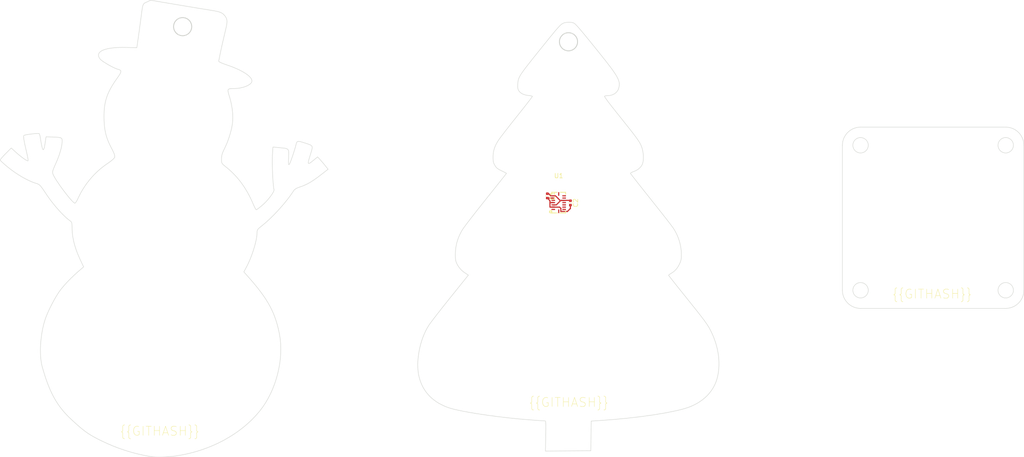
<source format=kicad_pcb>
(kicad_pcb (version 20221018) (generator pcbnew)
  (layers (0 "F.Cu" signal) (31 "B.Cu" signal) (34 "B.Paste" user) (35 "F.Paste" user) (36 "B.SilkS" user "B.Silkscreen") (37 "F.SilkS" user "F.Silkscreen") (38 "B.Mask" user) (39 "F.Mask" user) (44 "Edge.Cuts" user))
  (net 0 "")
  (net 1 "int1")
  (net 2 "sdo2")
  (net 3 "csb1")
  (net 4 "int4")
  (net 5 "int3")
  (net 6 "vcc")
  (net 7 "sda")
  (net 8 "scl")
  (net 9 "gnd")
  (net 10 "csb2")
  (net 11 "int2")
  (footprint "lib:C0402" (layer "F.Cu") (at 161.652177 94.515624 -90)
    (fp_text reference "C2" (at 0 -1.16 90) (layer "F.SilkS"))
    (fp_text value "Multilayer Ceramic Capacitors MLCC - SMD/SMT 100nF 10V 0402 RoHS")
    (fp_line (start -0.107836 -0.36) (end 0.107836 -0.36) (stroke (width 0.12)) (layer "F.SilkS"))
    (fp_line (start -0.107836 0.36) (end 0.107836 0.36) (stroke (width 0.12)) (layer "F.SilkS"))
    (pad "1" smd roundrect (at -0.48 0 270) (size 0.56 0.62) (layers "F.Cu" "F.Paste" "F.Mask") (net 6 "vcc"))
    (pad "2" smd roundrect (at 0.48 0 270) (size 0.56 0.62) (layers "F.Cu" "F.Paste" "F.Mask") (net 9 "gnd"))
  )
  (footprint "lib:C0402" (layer "F.Cu") (at 156.563308 92.960233 -90)
    (fp_text reference "C1" (at 0 -1.16 90) (layer "F.SilkS"))
    (fp_text value "Multilayer Ceramic Capacitors MLCC - SMD/SMT 100nF 10V 0402 RoHS")
    (fp_line (start -0.107836 -0.36) (end 0.107836 -0.36) (stroke (width 0.12)) (layer "F.SilkS"))
    (fp_line (start -0.107836 0.36) (end 0.107836 0.36) (stroke (width 0.12)) (layer "F.SilkS"))
    (pad "1" smd roundrect (at -0.48 0 270) (size 0.56 0.62) (layers "F.Cu" "F.Paste" "F.Mask") (net 6 "vcc"))
    (pad "2" smd roundrect (at 0.48 0 270) (size 0.56 0.62) (layers "F.Cu" "F.Paste" "F.Mask") (net 9 "gnd"))
  )
  (footprint "lib:LGA-16_L4.5-W3.0-P0.50-BL" (layer "F.Cu") (at 159.07 94.445)
    (fp_text reference "U1" (at 0 -5.91) (layer "F.SilkS"))
    (fp_text value "")
    (fp_line (start -1.53 -2.28) (end -0.38 -2.28) (stroke (width 0.2)) (layer "F.SilkS"))
    (fp_line (start -1.53 -2.16) (end -1.53 -2.28) (stroke (width 0.2)) (layer "F.SilkS"))
    (fp_line (start -1.53 -1.83) (end -1.53 -2.16) (stroke (width 0.2)) (layer "F.SilkS"))
    (fp_line (start -1.53 2.29) (end -1.53 1.83) (stroke (width 0.2)) (layer "F.SilkS"))
    (fp_line (start -0.33 2.29) (end -1.53 2.29) (stroke (width 0.2)) (layer "F.SilkS"))
    (fp_line (start 0.38 -2.28) (end 1.52 -2.28) (stroke (width 0.2)) (layer "F.SilkS"))
    (fp_line (start 1.52 -2.28) (end 1.52 -1.83) (stroke (width 0.2)) (layer "F.SilkS"))
    (fp_line (start 1.52 1.83) (end 1.52 2.29) (stroke (width 0.2)) (layer "F.SilkS"))
    (fp_line (start 1.52 2.29) (end 0.33 2.29) (stroke (width 0.2)) (layer "F.SilkS"))
    (fp_circle (center -1.78 2.03) (end -1.67 2.03) (stroke (width 0.25)) (fill none) (layer "F.SilkS"))
    (pad "1" smd rect (at -1.2 1.5 90) (size 0.25 0.8) (layers "F.Cu" "F.Paste" "F.Mask") (net 11 "int2"))
    (pad "2" smd rect (at -1.2 1 90) (size 0.25 0.8) (layers "F.Cu" "F.Paste" "F.Mask") (net 9 "gnd"))
    (pad "3" smd rect (at -1.2 0.5 90) (size 0.25 0.8) (layers "F.Cu" "F.Paste" "F.Mask") (net 6 "vcc"))
    (pad "4" smd rect (at -1.2 0 90) (size 0.25 0.8) (layers "F.Cu" "F.Paste" "F.Mask") (net 9 "gnd"))
    (pad "5" smd rect (at -1.2 -0.5 90) (size 0.25 0.8) (layers "F.Cu" "F.Paste" "F.Mask") (net 10 "csb2"))
    (pad "6" smd rect (at -1.2 -1 90) (size 0.25 0.8) (layers "F.Cu" "F.Paste" "F.Mask") (net 9 "gnd"))
    (pad "7" smd rect (at -1.2 -1.5 90) (size 0.25 0.8) (layers "F.Cu" "F.Paste" "F.Mask") (net 6 "vcc"))
    (pad "8" smd rect (at 0 -1.91 180) (size 0.25 0.8) (layers "F.Cu" "F.Paste" "F.Mask") (net 8 "scl"))
    (pad "9" smd rect (at 1.2 -1.5 270) (size 0.25 0.8) (layers "F.Cu" "F.Paste" "F.Mask") (net 7 "sda"))
    (pad "10" smd rect (at 1.2 -1 270) (size 0.25 0.8) (layers "F.Cu" "F.Paste" "F.Mask") (net 2 "sdo2"))
    (pad "11" smd rect (at 1.2 -0.5 270) (size 0.25 0.8) (layers "F.Cu" "F.Paste" "F.Mask") (net 6 "vcc"))
    (pad "12" smd rect (at 1.2 0 270) (size 0.25 0.8) (layers "F.Cu" "F.Paste" "F.Mask") (net 5 "int3"))
    (pad "13" smd rect (at 1.2 0.5 270) (size 0.25 0.8) (layers "F.Cu" "F.Paste" "F.Mask") (net 4 "int4"))
    (pad "14" smd rect (at 1.2 1 270) (size 0.25 0.8) (layers "F.Cu" "F.Paste" "F.Mask") (net 3 "csb1"))
    (pad "15" smd rect (at 1.2 1.5 270) (size 0.25 0.8) (layers "F.Cu" "F.Paste" "F.Mask") (net 2 "sdo2"))
    (pad "16" smd rect (at 0 1.91) (size 0.25 0.8) (layers "F.Cu" "F.Paste" "F.Mask") (net 1 "int1"))
  )
  (gr_circle (center 225.62 81.79) (end 227.32 81.79) (stroke (width 0.1)) (fill none) (layer "Edge.Cuts"))
  (gr_circle (center 257.62 113.79) (end 259.32 113.79) (stroke (width 0.1)) (fill none) (layer "Edge.Cuts"))
  (gr_circle (center 257.62 81.79) (end 259.32 81.79) (stroke (width 0.1)) (fill none) (layer "Edge.Cuts"))
  (gr_poly (pts (xy 75.142222 50.797022) (xy 79.756606 51.568267) (xy 82.366969 51.99203) (xy 83.019066 52.095762) (xy 83.303876 52.146979) (xy 83.563537 52.198618) (xy 83.799806 52.251323) (xy 84.01444 52.305736) (xy 84.209196 52.362498) (xy 84.385831 52.422252) (xy 84.546102 52.485641) (xy 84.691766 52.553306) (xy 84.824581 52.62589) (xy 84.946303 52.704035) (xy 85.05869 52.788383) (xy 85.163499 52.879577) (xy 85.262486 52.978258) (xy 85.357409 53.08507) (xy 85.479286 53.234958) (xy 85.586233 53.378736) (xy 85.634185 53.44915) (xy 85.678498 53.519015) (xy 85.719202 53.588656) (xy 85.75633 53.658402) (xy 85.789911 53.728576) (xy 85.819976 53.799506) (xy 85.846558 53.871517) (xy 85.869686 53.944936) (xy 85.889392 54.020089) (xy 85.905707 54.097301) (xy 85.918662 54.176899) (xy 85.928287 54.259209) (xy 85.934615 54.344557) (xy 85.937675 54.433269) (xy 85.937499 54.525672) (xy 85.934119 54.62209) (xy 85.927564 54.722851) (xy 85.917866 54.82828) (xy 85.889166 55.054449) (xy 85.848266 55.303204) (xy 85.795414 55.577155) (xy 85.730859 55.878909) (xy 85.654849 56.211077) (xy 84.878546 59.55341) (xy 84.657875 60.550977) (xy 84.450892 61.532488) (xy 84.331406 62.116419) (xy 84.229648 62.629765) (xy 84.15639 63.017063) (xy 84.122409 63.222849) (xy 84.123062 63.236814) (xy 84.127967 63.251873) (xy 84.137065 63.268001) (xy 84.150302 63.285171) (xy 84.167619 63.303357) (xy 84.188962 63.322534) (xy 84.214273 63.342674) (xy 84.243497 63.363751) (xy 84.313454 63.408613) (xy 84.398381 63.456909) (xy 84.497828 63.50843) (xy 84.611342 63.562966) (xy 84.738473 63.620306) (xy 84.878767 63.680241) (xy 85.031775 63.742561) (xy 85.197043 63.807056) (xy 85.374121 63.873515) (xy 85.562558 63.94173) (xy 85.7619 64.011489) (xy 85.971698 64.082583) (xy 86.585981 64.296029) (xy 87.172975 64.516947) (xy 87.730729 64.744054) (xy 88.257293 64.976069) (xy 88.75072 65.211708) (xy 89.209058 65.449689) (xy 89.63036 65.68873) (xy 90.012676 65.927548) (xy 90.354056 66.16486) (xy 90.652552 66.399385) (xy 90.906214 66.629839) (xy 91.113092 66.85494) (xy 91.271238 67.073405) (xy 91.378702 67.283953) (xy 91.412819 67.385857) (xy 91.433535 67.485301) (xy 91.440605 67.582123) (xy 91.433787 67.676165) (xy 91.41712 67.753004) (xy 91.390362 67.829368) (xy 91.35383 67.905131) (xy 91.307839 67.980165) (xy 91.252707 68.054343) (xy 91.188749 68.12754) (xy 91.116281 68.199626) (xy 91.03562 68.270477) (xy 90.947082 68.339964) (xy 90.850984 68.407961) (xy 90.747641 68.47434) (xy 90.637371 68.538975) (xy 90.520488 68.601739) (xy 90.39731 68.662505) (xy 90.268153 68.721145) (xy 90.133332 68.777534) (xy 89.993165 68.831543) (xy 89.847967 68.883047) (xy 89.543745 68.978027) (xy 89.223197 69.06146) (xy 88.888852 69.132329) (xy 88.54324 69.189618) (xy 88.188892 69.232313) (xy 88.009232 69.24787) (xy 87.828337 69.259397) (xy 87.646523 69.266767) (xy 87.464106 69.269854) (xy 87.202959 69.272042) (xy 86.97453 69.277492) (xy 86.777472 69.288473) (xy 86.690288 69.296746) (xy 86.610443 69.307253) (xy 86.537768 69.320276) (xy 86.472096 69.3361) (xy 86.413258 69.355009) (xy 86.361087 69.377285) (xy 86.315414 69.403211) (xy 86.276071 69.433073) (xy 86.24289 69.467154) (xy 86.215703 69.505736) (xy 86.194342 69.549103) (xy 86.178638 69.59754) (xy 86.168424 69.65133) (xy 86.163532 69.710755) (xy 86.163793 69.776101) (xy 86.169039 69.847649) (xy 86.179102 69.925685) (xy 86.193814 70.010491) (xy 86.236514 70.20155) (xy 86.295792 70.423093) (xy 86.370304 70.677389) (xy 86.458705 70.966708) (xy 86.582128 71.384478) (xy 86.694998 71.803093) (xy 86.797211 72.221567) (xy 86.888665 72.638919) (xy 86.969257 73.054166) (xy 87.038885 73.466323) (xy 87.097447 73.874409) (xy 87.144838 74.277439) (xy 87.180958 74.674432) (xy 87.205702 75.064404) (xy 87.21897 75.446371) (xy 87.220657 75.819352) (xy 87.210662 76.182361) (xy 87.188881 76.534418) (xy 87.155212 76.874538) (xy 87.109553 77.201739) (xy 86.986123 77.871628) (xy 86.830027 78.558912) (xy 86.643845 79.255662) (xy 86.430157 79.953949) (xy 86.19154 80.645848) (xy 85.930575 81.323429) (xy 85.649841 81.978766) (xy 85.351916 82.60393) (xy 85.189192 82.938586) (xy 85.118752 83.093315) (xy 85.055229 83.240939) (xy 84.998352 83.382431) (xy 84.947849 83.518761) (xy 84.903447 83.650903) (xy 84.864875 83.779828) (xy 84.831859 83.906506) (xy 84.804129 84.031911) (xy 84.781412 84.157013) (xy 84.763435 84.282785) (xy 84.749927 84.410197) (xy 84.740615 84.540223) (xy 84.735228 84.673833) (xy 84.733493 84.811999) (xy 84.736223 85.129082) (xy 84.741369 85.261496) (xy 84.750575 85.379459) (xy 84.764997 85.485194) (xy 84.774524 85.534172) (xy 84.785789 85.580928) (xy 84.798934 85.625739) (xy 84.814106 85.668884) (xy 84.831447 85.710641) (xy 84.851104 85.751288) (xy 84.873219 85.791103) (xy 84.897937 85.830364) (xy 84.925403 85.869349) (xy 84.955761 85.908337) (xy 84.989155 85.947605) (xy 85.02573 85.987432) (xy 85.109 86.069873) (xy 85.206725 86.157886) (xy 85.320061 86.253696) (xy 85.598185 86.477602) (xy 86.096863 86.886277) (xy 86.577755 87.306529) (xy 87.04138 87.739064) (xy 87.488258 88.184586) (xy 87.918909 88.6438) (xy 88.333852 89.117412) (xy 88.733607 89.606125) (xy 89.118694 90.110646) (xy 89.489632 90.631678) (xy 89.846941 91.169927) (xy 90.19114 91.726098) (xy 90.52275 92.300895) (xy 90.84229 92.895024) (xy 91.150279 93.509189) (xy 91.447237 94.144095) (xy 91.733683 94.800448) (xy 91.84059 95.047283) (xy 91.945802 95.277558) (xy 92.046625 95.486234) (xy 92.140364 95.668271) (xy 92.224324 95.818627) (xy 92.295813 95.932265) (xy 92.326039 95.973739) (xy 92.352136 96.004143) (xy 92.373767 96.022848) (xy 92.382804 96.027616) (xy 92.390597 96.029223) (xy 92.399173 96.028006) (xy 92.410522 96.024397) (xy 92.441219 96.010237) (xy 92.482045 95.987221) (xy 92.53236 95.955824) (xy 92.591521 95.916524) (xy 92.658887 95.869798) (xy 92.815666 95.755976) (xy 92.997564 95.618173) (xy 93.199447 95.460204) (xy 93.416182 95.285885) (xy 93.642634 95.099032) (xy 93.891007 94.882848) (xy 94.141366 94.648628) (xy 94.390948 94.400061) (xy 94.636991 94.140836) (xy 94.87673 93.874641) (xy 95.107403 93.605164) (xy 95.326247 93.336095) (xy 95.530498 93.071122) (xy 95.717394 92.813933) (xy 95.884171 92.568218) (xy 96.028066 92.337665) (xy 96.146316 92.125962) (xy 96.236159 91.936798) (xy 96.294829 91.773863) (xy 96.311612 91.703383) (xy 96.319566 91.640844) (xy 96.318345 91.586706) (xy 96.307605 91.54143) (xy 96.264441 91.378418) (xy 96.221593 91.121805) (xy 96.138989 90.373142) (xy 96.064068 89.386161) (xy 96.001109 88.251583) (xy 95.954389 87.060129) (xy 95.928186 85.902519) (xy 95.926777 84.869474) (xy 95.95444 84.051714) (xy 96.07471 82.177477) (xy 97.36716 82.304781) (xy 98.13507 82.379263) (xy 98.441266 82.413109) (xy 98.700599 82.449744) (xy 98.916803 82.492956) (xy 99.009898 82.518212) (xy 99.09361 82.546534) (xy 99.168406 82.578395) (xy 99.234753 82.614268) (xy 99.293117 82.654627) (xy 99.343964 82.699946) (xy 99.387763 82.750698) (xy 99.424978 82.807357) (xy 99.456076 82.870396) (xy 99.481525 82.94029) (xy 99.501791 83.017511) (xy 99.51734 83.102533) (xy 99.536155 83.297877) (xy 99.541702 83.530109) (xy 99.537716 83.803018) (xy 99.51607 84.486025) (xy 99.501811 85.019341) (xy 99.495778 85.429631) (xy 99.49953 85.727933) (xy 99.505563 85.838537) (xy 99.514626 85.925284) (xy 99.526915 85.989553) (xy 99.542625 86.032723) (xy 99.551823 86.046828) (xy 99.56195 86.056175) (xy 99.573029 86.060938) (xy 99.585085 86.061289) (xy 99.612224 86.049443) (xy 99.643564 86.022019) (xy 99.679299 85.980395) (xy 99.719623 85.925951) (xy 99.770963 85.835961) (xy 99.83738 85.6921) (xy 100.00736 85.267042) (xy 100.213404 84.699332) (xy 100.439353 84.037526) (xy 100.669049 83.330178) (xy 100.886332 82.625845) (xy 101.075044 81.973082) (xy 101.219027 81.420443) (xy 101.232451 81.367288) (xy 101.246658 81.317349) (xy 101.261814 81.270604) (xy 101.278084 81.227032) (xy 101.295634 81.186611) (xy 101.314631 81.149321) (xy 101.33524 81.115138) (xy 101.357628 81.084043) (xy 101.381959 81.056013) (xy 101.4084 81.031027) (xy 101.437117 81.009064) (xy 101.468275 80.990102) (xy 101.502041 80.974119) (xy 101.538581 80.961095) (xy 101.578059 80.951007) (xy 101.620643 80.943835) (xy 101.666497 80.939556) (xy 101.715788 80.938149) (xy 101.768682 80.939594) (xy 101.825345 80.943867) (xy 101.885942 80.950949) (xy 101.950639 80.960817) (xy 102.019603 80.97345) (xy 102.092998 80.988826) (xy 102.170992 81.006924) (xy 102.253749 81.027723) (xy 102.434219 81.077337) (xy 102.635734 81.137495) (xy 102.859622 81.208025) (xy 103.581471 81.438726) (xy 103.868146 81.535185) (xy 104.108644 81.625316) (xy 104.212356 81.669476) (xy 104.305459 81.713816) (xy 104.388264 81.758923) (xy 104.461082 81.805384) (xy 104.524226 81.853787) (xy 104.578006 81.904719) (xy 104.622735 81.958768) (xy 104.658725 82.01652) (xy 104.686285 82.078563) (xy 104.705729 82.145484) (xy 104.717368 82.217871) (xy 104.721513 82.296311) (xy 104.718476 82.381392) (xy 104.708568 82.4737) (xy 104.692102 82.573823) (xy 104.669388 82.682348) (xy 104.606464 82.926954) (xy 104.522289 83.212218) (xy 104.300158 83.92351) (xy 104.076968 84.658354) (xy 103.993442 84.95378) (xy 103.929762 85.203046) (xy 103.886777 85.407528) (xy 103.865337 85.568604) (xy 103.862962 85.633296) (xy 103.866292 85.687652) (xy 103.875434 85.731846) (xy 103.890492 85.766049) (xy 103.911574 85.790433) (xy 103.938786 85.805172) (xy 103.972234 85.810436) (xy 104.012025 85.806398) (xy 104.058263 85.79323) (xy 104.111056 85.771105) (xy 104.236732 85.700671) (xy 104.3899 85.596472) (xy 104.571411 85.459887) (xy 105.02286 85.095065) (xy 105.918216 84.355181) (xy 106.388476 84.86751) (xy 106.496975 84.987739) (xy 106.625318 85.133369) (xy 106.92254 85.478508) (xy 107.242155 85.858286) (xy 107.546176 86.22806) (xy 108.2336 87.076296) (xy 106.72333 88.254687) (xy 106.031007 88.783192) (xy 105.392025 89.245391) (xy 105.089314 89.453516) (xy 104.796071 89.647331) (xy 104.511007 89.827593) (xy 104.232833 89.995056) (xy 103.960259 90.150478) (xy 103.691998 90.294613) (xy 103.426759 90.428217) (xy 103.163254 90.552046) (xy 102.900193 90.666855) (xy 102.636288 90.773401) (xy 102.370249 90.872439) (xy 102.100787 90.964724) (xy 101.955978 91.013649) (xy 101.818902 91.062832) (xy 101.689432 91.112348) (xy 101.567439 91.162273) (xy 101.452795 91.212683) (xy 101.345371 91.263651) (xy 101.245039 91.315254) (xy 101.151671 91.367567) (xy 101.065138 91.420665) (xy 100.985313 91.474624) (xy 100.912065 91.529517) (xy 100.845269 91.585421) (xy 100.784794 91.642412) (xy 100.730512 91.700563) (xy 100.682296 91.759951) (xy 100.640017 91.82065) (xy 100.313962 92.312951) (xy 99.958065 92.82026) (xy 99.575318 93.339289) (xy 99.168711 93.866747) (xy 98.741234 94.399346) (xy 98.295878 94.933795) (xy 97.835635 95.466804) (xy 97.363494 95.995083) (xy 96.882446 96.515343) (xy 96.395482 97.024295) (xy 95.905593 97.518647) (xy 95.415769 97.995111) (xy 94.929002 98.450396) (xy 94.44828 98.881213) (xy 93.976596 99.284272) (xy 93.51694 99.656283) (xy 93.364132 99.777198) (xy 93.228349 99.887118) (xy 93.108601 99.987555) (xy 93.003899 100.080022) (xy 92.913256 100.166032) (xy 92.835682 100.247098) (xy 92.770188 100.324733) (xy 92.741662 100.362737) (xy 92.715786 100.40045) (xy 92.692435 100.438062) (xy 92.671487 100.475762) (xy 92.652817 100.513738) (xy 92.636302 100.552181) (xy 92.621819 100.591279) (xy 92.609244 100.631221) (xy 92.589322 100.714395) (xy 92.575548 100.803215) (xy 92.566934 100.899195) (xy 92.56249 101.003847) (xy 92.561229 101.118685) (xy 92.548214 101.459191) (xy 92.510172 101.840399) (xy 92.448603 102.257479) (xy 92.365007 102.705605) (xy 92.260885 103.179948) (xy 92.137739 103.675679) (xy 91.997068 104.187971) (xy 91.840373 104.711996) (xy 91.669155 105.242926) (xy 91.484915 105.775933) (xy 91.289154 106.306188) (xy 91.083372 106.828864) (xy 90.86907 107.339132) (xy 90.647749 107.832164) (xy 90.420909 108.303133) (xy 90.190051 108.74721) (xy 89.658061 109.729433) (xy 90.799319 111.025652) (xy 91.552256 111.894452) (xy 92.247519 112.726345) (xy 92.887901 113.52649) (xy 93.476195 114.300047) (xy 94.015193 115.052178) (xy 94.507688 115.788042) (xy 94.956473 116.5128) (xy 95.364341 117.231612) (xy 95.734083 117.949638) (xy 96.068493 118.672038) (xy 96.370364 119.403974) (xy 96.642488 120.150605) (xy 96.887657 120.917091) (xy 97.108665 121.708593) (xy 97.308304 122.530271) (xy 97.489367 123.387286) (xy 97.659586 124.435519) (xy 97.764545 125.512723) (xy 97.805707 126.613102) (xy 97.784533 127.73086) (xy 97.702485 128.860202) (xy 97.561026 129.995332) (xy 97.361618 131.130454) (xy 97.105722 132.259774) (xy 96.794801 133.377494) (xy 96.430316 134.47782) (xy 96.01373 135.554956) (xy 95.546505 136.603107) (xy 95.030102 137.616476) (xy 94.465984 138.589268) (xy 93.855613 139.515689) (xy 93.20045 140.389941) (xy 92.386005 141.350273) (xy 91.510226 142.273552) (xy 90.576227 143.158109) (xy 89.587122 144.002278) (xy 88.546024 144.80439) (xy 87.456048 145.562779) (xy 86.320308 146.275777) (xy 85.141916 146.941716) (xy 83.923988 147.558929) (xy 82.669636 148.125749) (xy 81.381976 148.640508) (xy 80.06412 149.101539) (xy 78.719182 149.507174) (xy 77.350277 149.855747) (xy 75.960518 150.145589) (xy 74.553019 150.375033) (xy 73.862872 150.459306) (xy 73.131633 150.525975) (xy 72.383923 150.574372) (xy 71.644361 150.603827) (xy 70.93757 150.613671) (xy 70.288169 150.603235) (xy 69.720779 150.57185) (xy 69.475532 150.548093) (xy 69.26002 150.518847) (xy 69.260051 150.518832) (xy 67.831835 150.262486) (xy 66.416949 149.953785) (xy 65.016193 149.592984) (xy 63.630368 149.180338) (xy 62.260274 148.716103) (xy 60.90671 148.200532) (xy 59.570477 147.633881) (xy 58.252375 147.016405) (xy 57.283074 146.528505) (xy 56.847829 146.298277) (xy 56.438641 146.072324) (xy 56.050351 145.846994) (xy 55.6778 145.618633) (xy 55.315827 145.383588) (xy 54.959273 145.138205) (xy 54.602979 144.87883) (xy 54.241783 144.601811) (xy 53.870528 144.303492) (xy 53.484054 143.980222) (xy 52.644807 143.244211) (xy 51.682765 142.36455) (xy 51.097036 141.804159) (xy 50.54538 141.238954) (xy 50.025658 140.665073) (xy 49.535731 140.078649) (xy 49.07346 139.475819) (xy 48.636705 138.852719) (xy 48.223328 138.205483) (xy 47.831189 137.530249) (xy 47.458149 136.823151) (xy 47.10207 136.080325) (xy 46.760812 135.297907) (xy 46.432236 134.472032) (xy 46.114202 133.598836) (xy 45.804573 132.674455) (xy 45.501208 131.695024) (xy 45.201968 130.656679) (xy 45.078569 130.147371) (xy 44.978794 129.594224) (xy 44.90231 129.00242) (xy 44.848785 128.377144) (xy 44.817886 127.723579) (xy 44.809281 127.046907) (xy 44.822637 126.352311) (xy 44.857621 125.644974) (xy 44.913901 124.93008) (xy 44.991145 124.212811) (xy 45.089019 123.498351) (xy 45.207191 122.791883) (xy 45.345328 122.098589) (xy 45.503099 121.423652) (xy 45.68017 120.772256) (xy 45.876208 120.149584) (xy 46.005143 119.787909) (xy 46.154924 119.401263) (xy 46.508073 118.570286) (xy 46.917749 117.69111) (xy 47.366047 116.79819) (xy 47.83506 115.92598) (xy 48.306883 115.108937) (xy 48.76361 114.381515) (xy 48.980717 114.062179) (xy 49.187335 113.77817) (xy 49.387433 113.519297) (xy 49.599256 113.255538) (xy 50.056372 112.715109) (xy 50.555279 112.160374) (xy 51.092575 111.594824) (xy 51.664855 111.021952) (xy 52.268718 110.445248) (xy 52.900758 109.868205) (xy 53.557574 109.294314) (xy 54.329783 108.634142) (xy 53.616031 107.110232) (xy 53.390001 106.6154) (xy 53.179365 106.128819) (xy 52.984012 105.650049) (xy 52.803829 105.178652) (xy 52.638704 104.71419) (xy 52.488525 104.256224) (xy 52.353181 103.804315) (xy 52.232559 103.358025) (xy 52.126547 102.916915) (xy 52.035034 102.480548) (xy 51.957906 102.048484) (xy 51.895053 101.620284) (xy 51.846363 101.195511) (xy 51.811722 100.773726) (xy 51.79102 100.35449) (xy 51.784144 99.937365) (xy 51.780657 99.620612) (xy 51.776007 99.482669) (xy 51.769161 99.357285) (xy 51.759927 99.243666) (xy 51.748111 99.141014) (xy 51.733519 99.048534) (xy 51.715958 98.96543) (xy 51.695233 98.890904) (xy 51.671153 98.824161) (xy 51.643523 98.764406) (xy 51.612149 98.71084) (xy 51.576839 98.662669) (xy 51.537399 98.619096) (xy 51.493635 98.579325) (xy 51.445353 98.542559) (xy 51.149902 98.324092) (xy 50.839064 98.073347) (xy 50.514896 97.792628) (xy 50.179453 97.484238) (xy 49.834791 97.150482) (xy 49.482966 96.793665) (xy 49.126033 96.41609) (xy 48.766047 96.020062) (xy 48.405065 95.607885) (xy 48.045142 95.181864) (xy 47.688333 94.744302) (xy 47.336694 94.297504) (xy 46.992281 93.843774) (xy 46.657149 93.385417) (xy 46.333354 92.924737) (xy 46.022952 92.464037) (xy 45.611719 91.844971) (xy 45.279782 91.362091) (xy 45.137757 91.165551) (xy 45.008606 90.995655) (xy 44.89001 90.849933) (xy 44.779654 90.725918) (xy 44.675221 90.621143) (xy 44.574392 90.533138) (xy 44.474852 90.459437) (xy 44.374284 90.397571) (xy 44.27037 90.345073) (xy 44.160793 90.299474) (xy 44.043237 90.258307) (xy 43.915385 90.219103) (xy 43.593888 90.117525) (xy 43.255864 89.996009) (xy 42.903268 89.855657) (xy 42.538058 89.697573) (xy 42.162189 89.522858) (xy 41.777618 89.332616) (xy 41.386301 89.127951) (xy 40.990194 88.909964) (xy 40.591254 88.679759) (xy 40.191438 88.438438) (xy 39.792701 88.187105) (xy 39.396999 87.926862) (xy 39.00629 87.658812) (xy 38.622529 87.384058) (xy 38.247673 87.103703) (xy 37.883677 86.81885) (xy 37.49456 86.502783) (xy 37.131548 86.199554) (xy 36.802586 85.916398) (xy 36.515619 85.660548) (xy 36.278593 85.439239) (xy 36.099452 85.259705) (xy 36.034071 85.187865) (xy 35.986141 85.129182) (xy 35.956654 85.08456) (xy 35.946605 85.054903) (xy 35.948192 85.042433) (xy 35.952903 85.026953) (xy 35.971384 84.987332) (xy 36.001425 84.936776) (xy 36.042403 84.876021) (xy 36.093695 84.805804) (xy 36.154681 84.726859) (xy 36.224736 84.639924) (xy 36.303239 84.545735) (xy 36.389567 84.445026) (xy 36.483097 84.338536) (xy 36.689276 84.11115) (xy 36.916796 83.869466) (xy 37.037003 83.745102) (xy 37.160678 83.619372) (xy 38.374759 82.395922) (xy 39.365809 83.301684) (xy 39.814301 83.698656) (xy 40.266196 84.075272) (xy 40.704205 84.419302) (xy 41.111041 84.718514) (xy 41.469414 84.960676) (xy 41.625024 85.056541) (xy 41.762035 85.133557) (xy 41.878286 85.190195) (xy 41.971615 85.224926) (xy 42.039863 85.236222) (xy 42.063905 85.232603) (xy 42.080867 85.222552) (xy 42.085566 85.215268) (xy 42.089233 85.203934) (xy 42.093537 85.169549) (xy 42.093921 85.120268) (xy 42.090523 85.056964) (xy 42.083485 84.98051) (xy 42.072948 84.891778) (xy 42.059051 84.79164) (xy 42.041937 84.68097) (xy 41.998614 84.43152) (xy 41.944105 84.150408) (xy 41.879534 83.844615) (xy 41.806025 83.52112) (xy 41.578977 82.541169) (xy 41.399614 81.732306) (xy 41.265507 81.079136) (xy 41.174225 80.56626) (xy 41.123338 80.17828) (xy 41.112283 80.026315) (xy 41.110416 79.899799) (xy 41.117432 79.796809) (xy 41.133029 79.71542) (xy 41.156901 79.653706) (xy 41.188746 79.609743) (xy 41.213078 79.592846) (xy 41.252556 79.575085) (xy 41.372962 79.537437) (xy 41.541984 79.497733) (xy 41.751641 79.456905) (xy 42.26094 79.37561) (xy 42.837013 79.301016) (xy 43.416018 79.240586) (xy 43.934111 79.201782) (xy 44.150364 79.192822) (xy 44.327447 79.192067) (xy 44.45738 79.20045) (xy 44.532183 79.218905) (xy 44.538527 79.223215) (xy 44.545097 79.229471) (xy 44.551878 79.23762) (xy 44.558855 79.247608) (xy 44.573336 79.272888) (xy 44.588416 79.304879) (xy 44.603974 79.343154) (xy 44.619887 79.387282) (xy 44.636031 79.436835) (xy 44.652284 79.491383) (xy 44.668525 79.550496) (xy 44.684629 79.613746) (xy 44.700475 79.680703) (xy 44.715939 79.750937) (xy 44.7309 79.82402) (xy 44.745234 79.899521) (xy 44.75882 79.977012) (xy 44.771533 80.056063) (xy 44.946351 81.130774) (xy 45.025944 81.564983) (xy 45.101061 81.931234) (xy 45.172253 82.230134) (xy 45.24007 82.462288) (xy 45.305063 82.628302) (xy 45.336673 82.686696) (xy 45.367783 82.728781) (xy 45.398463 82.754634) (xy 45.428781 82.764331) (xy 45.458807 82.757947) (xy 45.488608 82.735557) (xy 45.518254 82.697238) (xy 45.547814 82.643066) (xy 45.606951 82.487462) (xy 45.666568 82.269351) (xy 45.727218 81.98934) (xy 45.78945 81.648032) (xy 45.853816 81.246035) (xy 46.055377 79.918581) (xy 47.417926 79.96628) (xy 48.109143 79.993687) (xy 48.392021 80.009194) (xy 48.636741 80.027435) (xy 48.846051 80.049559) (xy 49.022696 80.076715) (xy 49.169424 80.110051) (xy 49.288982 80.150717) (xy 49.339431 80.174158) (xy 49.384117 80.199861) (xy 49.423385 80.227972) (xy 49.457577 80.258632) (xy 49.487036 80.291987) (xy 49.512107 80.32818) (xy 49.533132 80.367353) (xy 49.550455 80.409652) (xy 49.575367 80.504197) (xy 49.589592 80.612965) (xy 49.595876 80.737105) (xy 49.596965 80.877764) (xy 49.590289 81.099803) (xy 49.571905 81.336737) (xy 49.542029 81.587807) (xy 49.500879 81.852253) (xy 49.448672 82.129318) (xy 49.385623 82.418243) (xy 49.311951 82.718269) (xy 49.227873 83.028637) (xy 49.133604 83.34859) (xy 49.029362 83.677367) (xy 48.915364 84.014212) (xy 48.791827 84.358364) (xy 48.658967 84.709065) (xy 48.517002 85.065558) (xy 48.366148 85.427082) (xy 48.206622 85.792879) (xy 47.949769 86.374791) (xy 47.755997 86.832451) (xy 47.68104 87.021721) (xy 47.619784 87.188367) (xy 47.571537 87.335205) (xy 47.535609 87.465048) (xy 47.511311 87.580709) (xy 47.497952 87.685002) (xy 47.494842 87.78074) (xy 47.501291 87.870737) (xy 47.516609 87.957807) (xy 47.540106 88.044763) (xy 47.571091 88.134418) (xy 47.608874 88.229586) (xy 47.761079 88.551834) (xy 47.975096 88.939463) (xy 48.241913 89.380584) (xy 48.55252 89.863307) (xy 49.269066 90.905997) (xy 50.052651 91.972411) (xy 50.831193 92.967426) (xy 51.196047 93.408433) (xy 51.532609 93.795921) (xy 51.831869 94.117998) (xy 52.084818 94.362774) (xy 52.282443 94.518359) (xy 52.357694 94.558989) (xy 52.415736 94.572863) (xy 52.426811 94.571375) (xy 52.439084 94.56696) (xy 52.452509 94.559691) (xy 52.467041 94.549641) (xy 52.482633 94.536883) (xy 52.499239 94.521489) (xy 52.516813 94.503532) (xy 52.535309 94.483086) (xy 52.574881 94.435018) (xy 52.617586 94.377866) (xy 52.663055 94.312214) (xy 52.710918 94.238646) (xy 52.760808 94.157745) (xy 52.812354 94.070093) (xy 52.865187 93.976276) (xy 52.918939 93.876875) (xy 52.97324 93.772474) (xy 53.02772 93.663657) (xy 53.082012 93.551007) (xy 53.135745 93.435107) (xy 53.405424 92.869327) (xy 53.69623 92.311615) (xy 54.007442 91.76282) (xy 54.338342 91.223792) (xy 54.688208 90.695381) (xy 55.05632 90.178436) (xy 55.441958 89.673808) (xy 55.844402 89.182347) (xy 56.262932 88.704901) (xy 56.696828 88.242322) (xy 57.145369 87.795459) (xy 57.607836 87.365163) (xy 58.083508 86.952281) (xy 58.571665 86.557666) (xy 59.071586 86.182166) (xy 59.582553 85.826632) (xy 59.914962 85.598282) (xy 60.214172 85.3804) (xy 60.477869 85.17504) (xy 60.595674 85.077698) (xy 60.703732 84.984257) (xy 60.801753 84.894974) (xy 60.889447 84.810106) (xy 60.966524 84.72991) (xy 61.032694 84.654642) (xy 61.087669 84.584559) (xy 61.131158 84.519919) (xy 61.162872 84.460977) (xy 61.182521 84.407992) (xy 61.189444 84.378526) (xy 61.194656 84.347449) (xy 61.198136 84.314702) (xy 61.199864 84.280227) (xy 61.197977 84.205863) (xy 61.188829 84.123892) (xy 61.172254 84.033852) (xy 61.148084 83.935279) (xy 61.116154 83.82771) (xy 61.076297 83.71068) (xy 61.028345 83.583727) (xy 60.972134 83.446388) (xy 60.907495 83.298197) (xy 60.834263 83.138693) (xy 60.75227 82.967412) (xy 60.661351 82.783889) (xy 60.561339 82.587662) (xy 60.452067 82.378268) (xy 60.237971 81.961359) (xy 60.041673 81.555601) (xy 59.862568 81.158484) (xy 59.700049 80.767498) (xy 59.553508 80.380135) (xy 59.422339 79.993885) (xy 59.305935 79.60624) (xy 59.203689 79.21469) (xy 59.114995 78.816725) (xy 59.039245 78.409838) (xy 58.975833 77.991518) (xy 58.924151 77.559256) (xy 58.883594 77.110544) (xy 58.853553 76.642872) (xy 58.833423 76.153731) (xy 58.822596 75.640612) (xy 58.82378 75.019765) (xy 58.843433 74.425285) (xy 58.882591 73.854032) (xy 58.942291 73.302869) (xy 59.023569 72.768658) (xy 59.127459 72.248262) (xy 59.255 71.738542) (xy 59.407225 71.236361) (xy 59.585172 70.73858) (xy 59.789877 70.242062) (xy 60.022374 69.743669) (xy 60.283701 69.240263) (xy 60.574893 68.728705) (xy 60.896986 68.205859) (xy 61.251015 67.668586) (xy 61.638018 67.113749) (xy 61.84244 66.825076) (xy 62.020375 66.566593) (xy 62.17201 66.336298) (xy 62.29753 66.132187) (xy 62.397121 65.95226) (xy 62.470968 65.794512) (xy 62.498296 65.72333) (xy 62.519258 65.656942) (xy 62.533877 65.595098) (xy 62.542176 65.537547) (xy 62.544179 65.484039) (xy 62.539908 65.434323) (xy 62.529387 65.388151) (xy 62.512639 65.34527) (xy 62.489688 65.305431) (xy 62.460556 65.268384) (xy 62.425267 65.233878) (xy 62.383844 65.201662) (xy 62.33631 65.171487) (xy 62.282689 65.143103) (xy 62.157276 65.090703) (xy 62.007792 65.042459) (xy 61.834422 64.996371) (xy 61.657986 64.943069) (xy 61.445562 64.862593) (xy 61.203024 64.758325) (xy 60.93625 64.633653) (xy 60.353499 64.336631) (xy 59.744319 63.998608) (xy 59.155721 63.646664) (xy 58.634716 63.307879) (xy 58.414252 63.151884) (xy 58.228316 63.009334) (xy 58.082783 62.883614) (xy 57.983531 62.778109) (xy 57.869943 62.622242) (xy 57.777351 62.470362) (xy 57.705558 62.322559) (xy 57.654369 62.178917) (xy 57.623588 62.039526) (xy 57.613018 61.904471) (xy 57.622463 61.773839) (xy 57.651728 61.647718) (xy 57.700616 61.526195) (xy 57.768931 61.409356) (xy 57.856477 61.297289) (xy 57.963058 61.190081) (xy 58.088479 61.087819) (xy 58.232542 60.99059) (xy 58.395052 60.89848) (xy 58.575812 60.811578) (xy 58.774627 60.72997) (xy 58.991301 60.653743) (xy 59.225638 60.582984) (xy 59.477441 60.51778) (xy 59.746514 60.458218) (xy 60.032661 60.404385) (xy 60.335687 60.356369) (xy 60.655395 60.314256) (xy 60.991589 60.278134) (xy 61.344073 60.248089) (xy 61.712651 60.224208) (xy 62.097127 60.20658) (xy 62.497305 60.195289) (xy 62.912988 60.190424) (xy 63.343981 60.192072) (xy 63.790088 60.20032) (xy 66.056857 60.258219) (xy 66.273486 58.80189) (xy 66.542465 56.891029) (xy 66.884944 54.341891) (xy 67.190183 52.053843) (xy 67.248082 51.679802) (xy 67.303557 51.37005) (xy 67.359078 51.117137) (xy 67.417116 50.913616) (xy 67.48014 50.752035) (xy 67.55062 50.624945) (xy 67.631027 50.524898) (xy 67.72383 50.444442) (xy 67.831501 50.37613) (xy 67.956508 50.312512) (xy 68.268412 50.169558) (xy 69.100734 49.778315)) (stroke (width 0.1)) (fill none) (layer "Edge.Cuts"))
  (gr_arc (start 261.62 113.79) (mid 260.448427 116.618427) (end 257.62 117.79) (stroke (width 0.1)) (layer "Edge.Cuts"))
  (gr_arc (start 225.62 117.79) (mid 222.791573 116.618427) (end 221.62 113.79) (stroke (width 0.1)) (layer "Edge.Cuts"))
  (gr_line (start 261.62 113.79) (end 261.62 81.79) (stroke (width 0.1)) (layer "Edge.Cuts"))
  (gr_circle (center 161.229974 58.946031) (end 163.229974 58.946031) (stroke (width 0.2)) (fill none) (layer "Edge.Cuts"))
  (gr_line (start 221.62 81.79) (end 221.62 113.79) (stroke (width 0.1)) (layer "Edge.Cuts"))
  (gr_arc (start 257.62 77.79) (mid 260.448427 78.961573) (end 261.62 81.79) (stroke (width 0.1)) (layer "Edge.Cuts"))
  (gr_poly (pts (xy 161.429183 54.643361) (xy 161.588699 54.648976) (xy 161.743405 54.660128) (xy 161.8913 54.67685) (xy 162.030385 54.699174) (xy 162.158659 54.727132) (xy 162.274122 54.760758) (xy 162.374774 54.800082) (xy 162.418214 54.822065) (xy 162.465501 54.850416) (xy 162.517128 54.885713) (xy 162.573587 54.928531) (xy 162.702967 55.039035) (xy 162.857578 55.186538) (xy 163.041357 55.37565) (xy 163.258241 55.610981) (xy 163.512165 55.897139) (xy 163.807067 56.238735) (xy 164.146884 56.640378) (xy 164.53555 57.106678) (xy 164.977005 57.642244) (xy 165.475183 58.251687) (xy 166.657456 59.710639) (xy 168.113864 61.520411) (xy 169.490282 63.25197) (xy 170.562092 64.650979) (xy 170.993296 65.243203) (xy 171.359779 65.7732) (xy 171.665351 66.247941) (xy 171.913823 66.674396) (xy 172.109006 67.059535) (xy 172.254708 67.41033) (xy 172.354741 67.733749) (xy 172.412915 68.036764) (xy 172.433041 68.326344) (xy 172.418927 68.609461) (xy 172.374385 68.893084) (xy 172.303226 69.184183) (xy 172.274597 69.278158) (xy 172.242 69.369887) (xy 172.205507 69.459324) (xy 172.165188 69.546423) (xy 172.121114 69.631137) (xy 172.073357 69.713419) (xy 172.021987 69.793223) (xy 171.967076 69.870502) (xy 171.908694 69.945208) (xy 171.846914 70.017296) (xy 171.781806 70.08672) (xy 171.71344 70.153431) (xy 171.641889 70.217383) (xy 171.567223 70.278531) (xy 171.489513 70.336826) (xy 171.408831 70.392223) (xy 171.325247 70.444674) (xy 171.238833 70.494134) (xy 171.14966 70.540554) (xy 171.057799 70.58389) (xy 170.96332 70.624093) (xy 170.866295 70.661118) (xy 170.766796 70.694917) (xy 170.664893 70.725444) (xy 170.560657 70.752652) (xy 170.45416 70.776495) (xy 170.345472 70.796926) (xy 170.234664 70.813898) (xy 170.121809 70.827364) (xy 170.006976 70.837278) (xy 169.890237 70.843593) (xy 169.771663 70.846262) (xy 169.726607 70.847177) (xy 169.681188 70.849133) (xy 169.590479 70.855957) (xy 169.501974 70.8663) (xy 169.418107 70.879728) (xy 169.378675 70.887463) (xy 169.341315 70.895806) (xy 169.306334 70.904703) (xy 169.274034 70.9141) (xy 169.244721 70.923942) (xy 169.218699 70.934176) (xy 169.196272 70.944746) (xy 169.177745 70.955599) (xy 169.171643 70.965792) (xy 169.172154 70.983757) (xy 169.17922 71.009417) (xy 169.192785 71.042693) (xy 169.239181 71.131786) (xy 169.310885 71.250417) (xy 169.407439 71.397965) (xy 169.528385 71.573811) (xy 169.673265 71.777334) (xy 169.841623 72.007915) (xy 170.246938 72.547768) (xy 170.740668 73.18841) (xy 171.319154 73.924882) (xy 171.978732 74.752222) (xy 174.641332 78.093405) (xy 175.537111 79.246786) (xy 176.200008 80.134787) (xy 176.673118 80.816979) (xy 176.99954 81.352933) (xy 177.222371 81.802218) (xy 177.384708 82.224406) (xy 177.462833 82.472098) (xy 177.531331 82.72855) (xy 177.59016 82.991701) (xy 177.639284 83.259489) (xy 177.678662 83.529854) (xy 177.708257 83.800735) (xy 177.728028 84.070071) (xy 177.737937 84.335802) (xy 177.737946 84.595867) (xy 177.728014 84.848205) (xy 177.708104 85.090755) (xy 177.678176 85.321456) (xy 177.638191 85.538248) (xy 177.588111 85.739069) (xy 177.527896 85.92186) (xy 177.457507 86.084559) (xy 177.391656 86.207668) (xy 177.318059 86.327563) (xy 177.236853 86.444134) (xy 177.148173 86.557272) (xy 177.052156 86.666869) (xy 176.948938 86.772814) (xy 176.838657 86.874999) (xy 176.721448 86.973315) (xy 176.597448 87.067652) (xy 176.466794 87.157903) (xy 176.32962 87.243956) (xy 176.186065 87.325705) (xy 176.036265 87.403039) (xy 175.880355 87.475849) (xy 175.718473 87.544027) (xy 175.550754 87.607462) (xy 175.482045 87.632835) (xy 175.415483 87.658969) (xy 175.351405 87.685667) (xy 175.290146 87.712731) (xy 175.23204 87.739963) (xy 175.177423 87.767164) (xy 175.126631 87.794136) (xy 175.079997 87.820681) (xy 175.037859 87.846601) (xy 175.00055 87.871698) (xy 174.968407 87.895773) (xy 174.941764 87.918629) (xy 174.920956 87.940066) (xy 174.90632 87.959888) (xy 174.898189 87.977896) (xy 174.896668 87.986157) (xy 174.8969 87.993891) (xy 174.922027 88.037315) (xy 174.991394 88.135797) (xy 175.25375 88.486297) (xy 176.209258 89.720013) (xy 177.617844 91.508896) (xy 179.333926 93.666804) (xy 181.092323 95.879526) (xy 182.616098 97.817656) (xy 183.742073 99.272256) (xy 184.307071 100.034388) (xy 184.515284 100.360502) (xy 184.7117 100.694247) (xy 184.896111 101.034954) (xy 185.068309 101.381957) (xy 185.228084 101.734588) (xy 185.375229 102.092181) (xy 185.509535 102.454068) (xy 185.630794 102.819582) (xy 185.738797 103.188056) (xy 185.833335 103.558822) (xy 185.914201 103.931214) (xy 185.981186 104.304563) (xy 186.034081 104.678204) (xy 186.072678 105.051468) (xy 186.096768 105.423689) (xy 186.106143 105.794199) (xy 186.105091 106.172735) (xy 186.095928 106.491761) (xy 186.087599 106.633067) (xy 186.076394 106.764426) (xy 186.062032 106.887483) (xy 186.044229 107.003882) (xy 186.022703 107.115265) (xy 185.997171 107.223277) (xy 185.967351 107.329562) (xy 185.932961 107.435763) (xy 185.893716 107.543524) (xy 185.849336 107.654488) (xy 185.744037 107.892603) (xy 185.654537 108.079442) (xy 185.563285 108.257402) (xy 185.469989 108.426825) (xy 185.374358 108.588053) (xy 185.276102 108.741425) (xy 185.174928 108.887283) (xy 185.070547 109.025968) (xy 184.962667 109.15782) (xy 184.850997 109.283181) (xy 184.735246 109.402392) (xy 184.615122 109.515794) (xy 184.490336 109.623727) (xy 184.360596 109.726532) (xy 184.22561 109.824551) (xy 184.085088 109.918125) (xy 183.938739 110.007593) (xy 183.810996 110.084401) (xy 183.691836 110.159793) (xy 183.583867 110.231854) (xy 183.489696 110.298666) (xy 183.41193 110.358313) (xy 183.380014 110.384851) (xy 183.353176 110.408878) (xy 183.331744 110.430155) (xy 183.316042 110.448443) (xy 183.306397 110.463502) (xy 183.303947 110.469746) (xy 183.303134 110.475092) (xy 183.318272 110.503511) (xy 183.362609 110.567965) (xy 183.532916 110.797359) (xy 183.802115 111.148045) (xy 184.158269 111.604794) (xy 185.08369 112.775559) (xy 186.213672 114.187815) (xy 189.362188 118.120691) (xy 190.402126 119.447898) (xy 191.169656 120.462983) (xy 191.727633 121.251467) (xy 192.13891 121.898876) (xy 192.466342 122.490732) (xy 192.772785 123.112559) (xy 193.051147 123.726705) (xy 193.303988 124.346147) (xy 193.531154 124.969731) (xy 193.732492 125.596305) (xy 193.907848 126.224716) (xy 194.05707 126.853811) (xy 194.180003 127.482437) (xy 194.276494 128.109442) (xy 194.346391 128.733673) (xy 194.389538 129.353977) (xy 194.405784 129.969202) (xy 194.394974 130.578194) (xy 194.356955 131.1798) (xy 194.291575 131.772869) (xy 194.198678 132.356247) (xy 194.078113 132.928782) (xy 193.929544 133.476781) (xy 193.74781 134.009233) (xy 193.533455 134.525547) (xy 193.287022 135.025131) (xy 193.009057 135.507395) (xy 192.700103 135.971748) (xy 192.360704 136.4176) (xy 191.991405 136.844359) (xy 191.592749 137.251434) (xy 191.165282 137.638235) (xy 190.709547 138.004171) (xy 190.226087 138.348651) (xy 189.715449 138.671084) (xy 189.178175 138.970879) (xy 188.61481 139.247446) (xy 188.025897 139.500193) (xy 187.387382 139.730873) (xy 186.62691 139.962173) (xy 185.752713 140.192844) (xy 184.773022 140.421641) (xy 182.530085 140.868622) (xy 179.96395 141.293139) (xy 177.140466 141.685214) (xy 174.125485 142.034872) (xy 170.984858 142.332135) (xy 167.784435 142.567026) (xy 166.231372 142.664027) (xy 166.19247 145.936793) (xy 166.153667 149.209559) (xy 161.14812 149.247553) (xy 156.142551 149.285548) (xy 156.211231 145.955256) (xy 156.23825 144.264273) (xy 156.238691 143.682086) (xy 156.22939 143.24944) (xy 156.209575 142.946836) (xy 156.195482 142.838207) (xy 156.178471 142.754778) (xy 156.158445 142.69411) (xy 156.135307 142.653767) (xy 156.108961 142.631312) (xy 156.079311 142.624308) (xy 155.214992 142.57575) (xy 153.588337 142.458798) (xy 151.746032 142.31468) (xy 150.23476 142.184626) (xy 147.951424 141.950142) (xy 145.645248 141.676286) (xy 143.382545 141.373503) (xy 141.229626 141.052239) (xy 139.252805 140.722941) (xy 137.518395 140.396054) (xy 136.092708 140.082025) (xy 135.042056 139.7913) (xy 134.381421 139.556594) (xy 133.752014 139.295735) (xy 133.153989 139.00888) (xy 132.587501 138.696185) (xy 132.052705 138.357807) (xy 131.549756 137.993902) (xy 131.078809 137.604627) (xy 130.64002 137.190138) (xy 130.233542 136.750592) (xy 129.859531 136.286146) (xy 129.518141 135.796955) (xy 129.209529 135.283176) (xy 128.933847 134.744967) (xy 128.691252 134.182482) (xy 128.481899 133.59588) (xy 128.305942 132.985316) (xy 128.169056 132.349397) (xy 128.072975 131.677754) (xy 128.016707 130.975694) (xy 127.999256 130.248525) (xy 128.019631 129.501555) (xy 128.076838 128.740093) (xy 128.169883 127.969445) (xy 128.297773 127.19492) (xy 128.459515 126.421826) (xy 128.654115 125.65547) (xy 128.880581 124.901161) (xy 129.137918 124.164206) (xy 129.425134 123.449914) (xy 129.741235 122.763591) (xy 130.085228 122.110547) (xy 130.456119 121.496088) (xy 130.678839 121.176405) (xy 131.044408 120.681658) (xy 131.533542 120.036727) (xy 132.126955 119.266491) (xy 133.549488 117.449628) (xy 135.157733 115.430109) (xy 139.156955 110.449519) (xy 138.361812 109.926661) (xy 138.191303 109.808793) (xy 138.024907 109.682349) (xy 137.863136 109.547997) (xy 137.706502 109.406407) (xy 137.555518 109.258246) (xy 137.410696 109.104183) (xy 137.27255 108.944887) (xy 137.141591 108.781027) (xy 137.018333 108.613271) (xy 136.903287 108.442289) (xy 136.796967 108.268748) (xy 136.699885 108.093317) (xy 136.612554 107.916666) (xy 136.535485 107.739462) (xy 136.469192 107.562375) (xy 136.414188 107.386072) (xy 136.393025 107.303561) (xy 136.373683 107.213821) (xy 136.356172 107.117074) (xy 136.340506 107.013541) (xy 136.326696 106.903442) (xy 136.314755 106.786999) (xy 136.296527 106.535963) (xy 136.28592 106.262201) (xy 136.28303 105.96748) (xy 136.287955 105.653567) (xy 136.300792 105.32223) (xy 136.322244 104.998512) (xy 136.354436 104.675622) (xy 136.397314 104.353731) (xy 136.450821 104.033012) (xy 136.514903 103.713637) (xy 136.589505 103.395777) (xy 136.67457 103.079605) (xy 136.770045 102.765293) (xy 136.875873 102.453014) (xy 136.991999 102.142939) (xy 137.118369 101.83524) (xy 137.254926 101.53009) (xy 137.401615 101.227661) (xy 137.558383 100.928125) (xy 137.725172 100.631653) (xy 137.901927 100.338419) (xy 138.126212 100.011097) (xy 138.51292 99.483877) (xy 139.040899 98.784161) (xy 139.688993 97.939352) (xy 141.260913 95.92407) (xy 143.059451 93.657252) (xy 146.236175 89.672407) (xy 147.202546 88.449633) (xy 147.557468 87.987986) (xy 147.556054 87.984938) (xy 147.551858 87.980582) (xy 147.535398 87.968089) (xy 147.508643 87.9508) (xy 147.472146 87.929003) (xy 147.372145 87.873051) (xy 147.239832 87.802557) (xy 147.079641 87.719846) (xy 146.896006 87.62724) (xy 146.693363 87.527063) (xy 146.476146 87.421641) (xy 146.164445 87.267635) (xy 146.029652 87.197126) (xy 145.907363 87.129704) (xy 145.796428 87.064435) (xy 145.695696 87.000386) (xy 145.604016 86.936623) (xy 145.520238 86.872216) (xy 145.443212 86.806229) (xy 145.371787 86.737731) (xy 145.304812 86.665788) (xy 145.241137 86.589467) (xy 145.179611 86.507836) (xy 145.119084 86.419962) (xy 145.058406 86.324911) (xy 144.996425 86.221751) (xy 144.936178 86.116882) (xy 144.882127 86.017884) (xy 144.833953 85.923336) (xy 144.791331 85.831816) (xy 144.753942 85.741904) (xy 144.721463 85.652177) (xy 144.693573 85.561215) (xy 144.669949 85.467596) (xy 144.65027 85.3699) (xy 144.634215 85.266704) (xy 144.621462 85.156587) (xy 144.611688 85.038128) (xy 144.604572 84.909906) (xy 144.599793 84.7705) (xy 144.597029 84.618488) (xy 144.595958 84.452448) (xy 144.599628 84.195279) (xy 144.611925 83.944089) (xy 144.633095 83.698112) (xy 144.663381 83.456583) (xy 144.703029 83.218738) (xy 144.752282 82.983811) (xy 144.811387 82.751037) (xy 144.880586 82.519652) (xy 144.960125 82.28889) (xy 145.050249 82.057986) (xy 145.151202 81.826176) (xy 145.26323 81.592694) (xy 145.386575 81.356776) (xy 145.521483 81.117655) (xy 145.6682 80.874568) (xy 145.826969 80.626749) (xy 146.032392 80.333611) (xy 146.358724 79.892071) (xy 147.30702 78.650511) (xy 148.537667 77.075522) (xy 149.916477 75.340556) (xy 151.237226 73.678901) (xy 152.309769 72.303534) (xy 153.024068 71.357417) (xy 153.212489 71.090004) (xy 153.258499 71.015527) (xy 153.270084 70.983515) (xy 153.265966 70.978423) (xy 153.259854 70.973183) (xy 153.251803 70.967809) (xy 153.241867 70.96231) (xy 153.216558 70.950987) (xy 153.184364 70.939307) (xy 153.14572 70.927361) (xy 153.101062 70.915241) (xy 153.050827 70.903038) (xy 152.995449 70.890845) (xy 152.935366 70.878753) (xy 152.871013 70.866854) (xy 152.802825 70.855239) (xy 152.73124 70.844002) (xy 152.656692 70.833232) (xy 152.579618 70.823023) (xy 152.500454 70.813465) (xy 152.419635 70.804652) (xy 152.231149 70.781807) (xy 152.048915 70.752885) (xy 151.873161 70.717993) (xy 151.704112 70.677241) (xy 151.541996 70.63074) (xy 151.387039 70.578598) (xy 151.239467 70.520925) (xy 151.099507 70.457831) (xy 150.967385 70.389425) (xy 150.843329 70.315816) (xy 150.727564 70.237115) (xy 150.620318 70.153431) (xy 150.521817 70.064872) (xy 150.432287 69.97155) (xy 150.351955 69.873574) (xy 150.281047 69.771052) (xy 150.239903 69.703254) (xy 150.203083 69.636552) (xy 150.170436 69.569895) (xy 150.141808 69.502228) (xy 150.117043 69.432499) (xy 150.095989 69.359654) (xy 150.078492 69.282642) (xy 150.064398 69.200408) (xy 150.053553 69.111901) (xy 150.045804 69.016066) (xy 150.040997 68.911851) (xy 150.038978 68.798203) (xy 150.039593 68.674069) (xy 150.042688 68.538396) (xy 150.04811 68.39013) (xy 150.055705 68.22822) (xy 150.072415 67.962758) (xy 150.098332 67.715002) (xy 150.116664 67.59479) (xy 150.139604 67.475438) (xy 150.16792 67.355755) (xy 150.202381 67.234552) (xy 150.243756 67.110641) (xy 150.292814 66.982832) (xy 150.350322 66.849936) (xy 150.41705 66.710763) (xy 150.493766 66.564125) (xy 150.58124 66.408832) (xy 150.680239 66.243695) (xy 150.791532 66.067525) (xy 150.915888 65.879133) (xy 151.054076 65.677329) (xy 151.375022 65.228731) (xy 151.760519 64.712216) (xy 152.216716 64.11827) (xy 152.749763 63.437382) (xy 153.365808 62.660036) (xy 154.871494 60.777918) (xy 157.351611 57.70227) (xy 158.182147 56.694478) (xy 158.801918 55.969401) (xy 159.257611 55.474061) (xy 159.595914 55.15548) (xy 159.735634 55.045918) (xy 159.863513 54.960679) (xy 160.107097 54.83668) (xy 160.2199 54.793912) (xy 160.345893 54.756391) (xy 160.483077 54.724149) (xy 160.629452 54.697218) (xy 160.783018 54.67563) (xy 160.941774 54.659418) (xy 161.10372 54.648615) (xy 161.266857 54.643252)) (stroke (width 0.1)) (fill none) (layer "Edge.Cuts"))
  (gr_line (start 257.62 77.79) (end 225.62 77.79) (stroke (width 0.1)) (layer "Edge.Cuts"))
  (gr_arc (start 221.62 81.79) (mid 222.791573 78.961573) (end 225.62 77.79) (stroke (width 0.1)) (layer "Edge.Cuts"))
  (gr_circle (center 225.62 113.79) (end 227.32 113.79) (stroke (width 0.1)) (fill none) (layer "Edge.Cuts"))
  (gr_circle (center 76.165146 55.61107) (end 78.165146 55.61107) (stroke (width 0.2)) (fill none) (layer "Edge.Cuts"))
  (gr_line (start 225.62 117.79) (end 257.62 117.79) (stroke (width 0.1)) (layer "Edge.Cuts"))
  (gr_text "{{GITHASH}}" (at 152.4 139.7) (layer "F.SilkS") (effects (font (size 2 2) (thickness 0.1)) (justify left bottom)))
  (gr_text "{{GITHASH}}" (at 62.23 146.05) (layer "F.SilkS") (effects (font (size 2 2) (thickness 0.1)) (justify left bottom)))
  (gr_text "{{GITHASH}}" (at 232.508427 115.791573) (layer "F.SilkS") (effects (font (size 2 2) (thickness 0.1)) (justify left bottom)))
  (segment (start 157.87 94.945) (end 158.545 94.945) (width 0.25) (layer "F.Cu") (net 6))
  (segment (start 159.545 93.945) (end 160.27 93.945) (width 0.25) (layer "F.Cu") (net 6))
  (segment (start 161.652177 94.035624) (end 161.561553 93.945) (width 0.25) (layer "F.Cu") (net 6))
  (segment (start 156.856993 92.480233) (end 156.563308 92.480233) (width 0.25) (layer "F.Cu") (net 6))
  (segment (start 158.545 94.945) (end 159.545 93.945) (width 0.25) (layer "F.Cu") (net 6))
  (segment (start 161.561553 93.945) (end 160.27 93.945) (width 0.25) (layer "F.Cu") (net 6))
  (segment (start 158.980259 93.563914) (end 158.980259 93.573032) (width 0.25) (layer "F.Cu") (net 6))
  (segment (start 158.980259 93.573032) (end 159.352227 93.945) (width 0.25) (layer "F.Cu") (net 6))
  (segment (start 157.87 92.945) (end 158.361345 92.945) (width 0.25) (layer "F.Cu") (net 6))
  (segment (start 157.32176 92.945) (end 156.856993 92.480233) (width 0.25) (layer "F.Cu") (net 6))
  (segment (start 158.361345 92.945) (end 158.980259 93.563914) (width 0.25) (layer "F.Cu") (net 6))
  (segment (start 159.352227 93.945) (end 160.27 93.945) (width 0.25) (layer "F.Cu") (net 6))
  (segment (start 157.87 92.945) (end 157.32176 92.945) (width 0.25) (layer "F.Cu") (net 6))
  (segment (start 157.87 93.445) (end 156.568075 93.445) (width 0.25) (layer "F.Cu") (net 9))
  (segment (start 159.545 95.72451) (end 159.26549 95.445) (width 0.25) (layer "F.Cu") (net 9))
  (segment (start 156.568075 93.445) (end 156.563308 93.440233) (width 0.25) (layer "F.Cu") (net 9))
  (segment (start 157.87 94.445) (end 157.195 94.445) (width 0.25) (layer "F.Cu") (net 9))
  (segment (start 159.545 96.395) (end 159.545 95.72451) (width 0.25) (layer "F.Cu") (net 9))
  (segment (start 159.26549 95.445) (end 157.87 95.445) (width 0.25) (layer "F.Cu") (net 9))
  (segment (start 157.195 94.445) (end 157.145 94.495) (width 0.25) (layer "F.Cu") (net 9))
  (segment (start 156.563308 93.440233) (end 157.145 94.021925) (width 0.25) (layer "F.Cu") (net 9))
  (segment (start 157.145 95.395) (end 157.195 95.445) (width 0.25) (layer "F.Cu") (net 9))
  (segment (start 157.145 94.495) (end 157.145 95.395) (width 0.25) (layer "F.Cu") (net 9))
  (segment (start 157.145 94.021925) (end 157.145 94.495) (width 0.25) (layer "F.Cu") (net 9))
  (segment (start 161.652177 95.737823) (end 160.995 96.395) (width 0.25) (layer "F.Cu") (net 9))
  (segment (start 160.995 96.395) (end 159.545 96.395) (width 0.25) (layer "F.Cu") (net 9))
  (segment (start 161.652177 94.995624) (end 161.652177 95.737823) (width 0.25) (layer "F.Cu") (net 9))
  (segment (start 157.195 95.445) (end 157.87 95.445) (width 0.25) (layer "F.Cu") (net 9))
)
</source>
